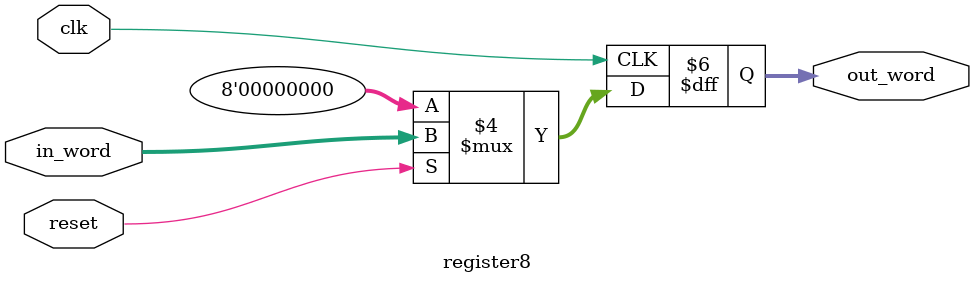
<source format=sv>
`timescale 1ns/1ps
module register8(
    input logic clk, reset,
    input logic [7:0]in_word,
    output logic [7:0]out_word
);

always_ff@(posedge clk)begin
    if (~reset)
        begin
            out_word <= 8'b0;
        end
    else
        begin
            out_word <= in_word;
        end
end

endmodule

</source>
